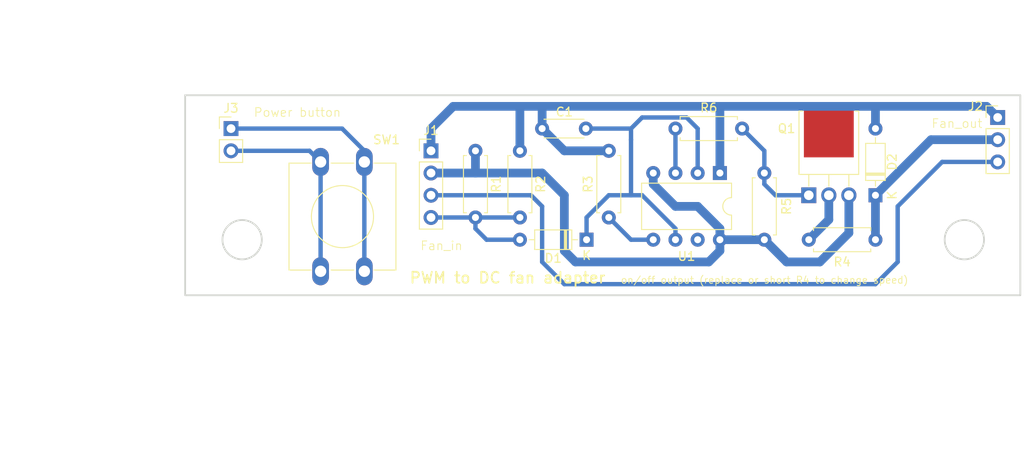
<source format=kicad_pcb>
(kicad_pcb (version 20240108) (generator "pcbnew") (generator_version "8.0")
  (layers (0 "F.Cu" signal) (31 "B.Cu" signal) (34 "B.Paste" user) (35 "F.Paste" user) (36 "B.SilkS" user "B.Silkscreen") (37 "F.SilkS" user "F.Silkscreen") (38 "B.Mask" user) (39 "F.Mask" user) (44 "Edge.Cuts" user))
  (net 0 "")
  (net 1 "Net-(D1-K)")
  (net 2 "GND")
  (net 3 "/PWM")
  (net 4 "/RPM")
  (net 5 "+12V")
  (net 6 "Net-(Q1-G)")
  (net 7 "Net-(Q1-D)")
  (net 8 "Net-(U1-CV)")
  (net 9 "Net-(U1-Q)")
  (net 11 "Net-(D2-K)")
  (net 12 "Net-(J3-Pin_1)")
  (net 13 "Net-(J3-Pin_2)")
  (footprint "Resistor_THT:R_Axial_DIN0207_L6.3mm_D2.5mm_P7.62mm_Horizontal" (layer "F.Cu") (at 139.7 53.34)
    (property "Reference" "R4" (at 3.81 2.54 0) (layer "F.SilkS"))
    (property "Value" "68")
    (fp_line (start 0.54 -1.37) (end 7.08 -1.37) (stroke (width 0.12)) (layer "F.SilkS"))
    (fp_line (start 0.54 -1.04) (end 0.54 -1.37) (stroke (width 0.12)) (layer "F.SilkS"))
    (fp_line (start 0.54 1.04) (end 0.54 1.37) (stroke (width 0.12)) (layer "F.SilkS"))
    (fp_line (start 0.54 1.37) (end 7.08 1.37) (stroke (width 0.12)) (layer "F.SilkS"))
    (fp_line (start 7.08 -1.37) (end 7.08 -1.04) (stroke (width 0.12)) (layer "F.SilkS"))
    (fp_line (start 7.08 1.37) (end 7.08 1.04) (stroke (width 0.12)) (layer "F.SilkS"))
    (pad "1" thru_hole circle (at 0 0) (size 1.6 1.6) (drill 0.8) (layers "*.Cu" "*.Mask") (net 7 "Net-(Q1-D)"))
    (pad "2" thru_hole oval (at 7.62 0) (size 1.6 1.6) (drill 0.8) (layers "*.Cu" "*.Mask") (net 11 "Net-(D2-K)"))
  )
  (footprint "Resistor_THT:R_Axial_DIN0207_L6.3mm_D2.5mm_P7.62mm_Horizontal" (layer "F.Cu") (at 124.46 40.64)
    (property "Reference" "R6" (at 3.81 -2.37 0) (layer "F.SilkS"))
    (property "Value" "10K")
    (fp_line (start 0.54 -1.37) (end 7.08 -1.37) (stroke (width 0.12)) (layer "F.SilkS"))
    (fp_line (start 0.54 -1.04) (end 0.54 -1.37) (stroke (width 0.12)) (layer "F.SilkS"))
    (fp_line (start 0.54 1.04) (end 0.54 1.37) (stroke (width 0.12)) (layer "F.SilkS"))
    (fp_line (start 0.54 1.37) (end 7.08 1.37) (stroke (width 0.12)) (layer "F.SilkS"))
    (fp_line (start 7.08 -1.37) (end 7.08 -1.04) (stroke (width 0.12)) (layer "F.SilkS"))
    (fp_line (start 7.08 1.37) (end 7.08 1.04) (stroke (width 0.12)) (layer "F.SilkS"))
    (pad "1" thru_hole circle (at 0 0) (size 1.6 1.6) (drill 0.8) (layers "*.Cu" "*.Mask") (net 9 "Net-(U1-Q)"))
    (pad "2" thru_hole oval (at 7.62 0) (size 1.6 1.6) (drill 0.8) (layers "*.Cu" "*.Mask") (net 6 "Net-(Q1-G)"))
  )
  (footprint "Diode_THT:D_DO-35_SOD27_P7.62mm_Horizontal" (layer "F.Cu") (at 114.3 53.34 180)
    (property "Reference" "D1" (at 3.81 -2.12 0) (layer "F.SilkS"))
    (property "Value" "D_Schottky")
    (fp_line (start 6.58 0) (end 5.93 0) (stroke (width 0.12)) (layer "F.SilkS"))
    (fp_line (start 5.93 1.12) (end 5.93 -1.12) (stroke (width 0.12)) (layer "F.SilkS"))
    (fp_line (start 5.93 -1.12) (end 1.69 -1.12) (stroke (width 0.12)) (layer "F.SilkS"))
    (fp_line (start 2.53 -1.12) (end 2.53 1.12) (stroke (width 0.12)) (layer "F.SilkS"))
    (fp_line (start 2.41 -1.12) (end 2.41 1.12) (stroke (width 0.12)) (layer "F.SilkS"))
    (fp_line (start 2.29 -1.12) (end 2.29 1.12) (stroke (width 0.12)) (layer "F.SilkS"))
    (fp_line (start 1.69 1.12) (end 5.93 1.12) (stroke (width 0.12)) (layer "F.SilkS"))
    (fp_line (start 1.69 -1.12) (end 1.69 1.12) (stroke (width 0.12)) (layer "F.SilkS"))
    (fp_line (start 1.04 0) (end 1.69 0) (stroke (width 0.12)) (layer "F.SilkS"))
    (fp_text user "K" (at 0 -1.8 0) (layer "F.SilkS"))
    (pad "1" thru_hole rect (at 0 0 180) (size 1.6 1.6) (drill 0.8) (layers "*.Cu" "*.Mask") (net 1 "Net-(D1-K)"))
    (pad "2" thru_hole oval (at 7.62 0 180) (size 1.6 1.6) (drill 0.8) (layers "*.Cu" "*.Mask") (net 3 "/PWM"))
  )
  (footprint "Package_DIP:DIP-8_W7.62mm" (layer "F.Cu") (at 129.54 45.72 -90)
    (property "Reference" "U1" (at 9.525 3.81 180) (layer "F.SilkS"))
    (property "Value" "SA555P")
    (fp_line (start 1.16 8.95) (end 6.46 8.95) (stroke (width 0.12)) (layer "F.SilkS"))
    (fp_line (start 6.46 8.95) (end 6.46 -1.33) (stroke (width 0.12)) (layer "F.SilkS"))
    (fp_line (start 1.16 -1.33) (end 1.16 8.95) (stroke (width 0.12)) (layer "F.SilkS"))
    (fp_line (start 2.81 -1.33) (end 1.16 -1.33) (stroke (width 0.12)) (layer "F.SilkS"))
    (fp_line (start 6.46 -1.33) (end 4.81 -1.33) (stroke (width 0.12)) (layer "F.SilkS"))
    (fp_arc (start 4.81 -1.33) (mid 3.81 -0.33) (end 2.81 -1.33) (stroke (width 0.12)) (layer "F.SilkS"))
    (pad "1" thru_hole rect (at 0 0 270) (size 1.6 1.6) (drill 0.8) (layers "*.Cu" "*.Mask") (net 2 "GND"))
    (pad "2" thru_hole oval (at 0 2.54 270) (size 1.6 1.6) (drill 0.8) (layers "*.Cu" "*.Mask") (net 1 "Net-(D1-K)"))
    (pad "3" thru_hole oval (at 0 5.08 270) (size 1.6 1.6) (drill 0.8) (layers "*.Cu" "*.Mask") (net 9 "Net-(U1-Q)"))
    (pad "4" thru_hole oval (at 0 7.62 270) (size 1.6 1.6) (drill 0.8) (layers "*.Cu" "*.Mask") (net 5 "+12V"))
    (pad "5" thru_hole oval (at 7.62 7.62 270) (size 1.6 1.6) (drill 0.8) (layers "*.Cu" "*.Mask") (net 8 "Net-(U1-CV)"))
    (pad "6" thru_hole oval (at 7.62 5.08 270) (size 1.6 1.6) (drill 0.8) (layers "*.Cu" "*.Mask") (net 1 "Net-(D1-K)"))
    (pad "7" thru_hole oval (at 7.62 2.54 270) (size 1.6 1.6) (drill 0.8) (layers "*.Cu" "*.Mask"))
    (pad "8" thru_hole oval (at 7.62 0 270) (size 1.6 1.6) (drill 0.8) (layers "*.Cu" "*.Mask") (net 5 "+12V"))
  )
  (footprint "Resistor_THT:R_Axial_DIN0207_L6.3mm_D2.5mm_P7.62mm_Horizontal" (layer "F.Cu") (at 134.62 53.34 90)
    (property "Reference" "R5" (at 3.81 2.54 90) (layer "F.SilkS"))
    (property "Value" "10K")
    (fp_line (start 7.08 -1.37) (end 7.08 -1.04) (stroke (width 0.12)) (layer "F.SilkS"))
    (fp_line (start 0.54 -1.37) (end 7.08 -1.37) (stroke (width 0.12)) (layer "F.SilkS"))
    (fp_line (start 0.54 -1.04) (end 0.54 -1.37) (stroke (width 0.12)) (layer "F.SilkS"))
    (fp_line (start 0.54 1.04) (end 0.54 1.37) (stroke (width 0.12)) (layer "F.SilkS"))
    (fp_line (start 7.08 1.37) (end 7.08 1.04) (stroke (width 0.12)) (layer "F.SilkS"))
    (fp_line (start 0.54 1.37) (end 7.08 1.37) (stroke (width 0.12)) (layer "F.SilkS"))
    (pad "1" thru_hole circle (at 0 0 90) (size 1.6 1.6) (drill 0.8) (layers "*.Cu" "*.Mask") (net 5 "+12V"))
    (pad "2" thru_hole oval (at 7.62 0 90) (size 1.6 1.6) (drill 0.8) (layers "*.Cu" "*.Mask") (net 6 "Net-(Q1-G)"))
  )
  (footprint "Resistor_THT:R_Axial_DIN0207_L6.3mm_D2.5mm_P7.62mm_Horizontal" (layer "F.Cu") (at 116.84 50.8 90)
    (property "Reference" "R3" (at 3.81 -2.37 90) (layer "F.SilkS"))
    (property "Value" "1.5K")
    (fp_line (start 7.08 -1.37) (end 7.08 -1.04) (stroke (width 0.12)) (layer "F.SilkS"))
    (fp_line (start 0.54 -1.37) (end 7.08 -1.37) (stroke (width 0.12)) (layer "F.SilkS"))
    (fp_line (start 0.54 -1.04) (end 0.54 -1.37) (stroke (width 0.12)) (layer "F.SilkS"))
    (fp_line (start 0.54 1.04) (end 0.54 1.37) (stroke (width 0.12)) (layer "F.SilkS"))
    (fp_line (start 7.08 1.37) (end 7.08 1.04) (stroke (width 0.12)) (layer "F.SilkS"))
    (fp_line (start 0.54 1.37) (end 7.08 1.37) (stroke (width 0.12)) (layer "F.SilkS"))
    (pad "1" thru_hole circle (at 0 0 90) (size 1.6 1.6) (drill 0.8) (layers "*.Cu" "*.Mask") (net 8 "Net-(U1-CV)"))
    (pad "2" thru_hole oval (at 7.62 0 90) (size 1.6 1.6) (drill 0.8) (layers "*.Cu" "*.Mask") (net 2 "GND"))
  )
  (footprint "Connector_PinHeader_2.54mm:PinHeader_1x04_P2.54mm_Vertical" (layer "F.Cu") (at 96.52 43.18)
    (property "Reference" "J1" (at 0 -2.33 0) (layer "F.SilkS"))
    (property "Value" "Fan_in")
    (fp_line (start -1.33 -1.33) (end 0 -1.33) (stroke (width 0.12)) (layer "F.SilkS"))
    (fp_line (start -1.33 0) (end -1.33 -1.33) (stroke (width 0.12)) (layer "F.SilkS"))
    (fp_line (start -1.33 1.27) (end -1.33 8.95) (stroke (width 0.12)) (layer "F.SilkS"))
    (fp_line (start -1.33 1.27) (end 1.33 1.27) (stroke (width 0.12)) (layer "F.SilkS"))
    (fp_line (start -1.33 8.95) (end 1.33 8.95) (stroke (width 0.12)) (layer "F.SilkS"))
    (fp_line (start 1.33 1.27) (end 1.33 8.95) (stroke (width 0.12)) (layer "F.SilkS"))
    (pad "1" thru_hole rect (at 0 0) (size 1.7 1.7) (drill 1) (layers "*.Cu" "*.Mask") (net 2 "GND"))
    (pad "2" thru_hole oval (at 0 2.54) (size 1.7 1.7) (drill 1) (layers "*.Cu" "*.Mask") (net 5 "+12V"))
    (pad "3" thru_hole oval (at 0 5.08) (size 1.7 1.7) (drill 1) (layers "*.Cu" "*.Mask") (net 4 "/RPM"))
    (pad "4" thru_hole oval (at 0 7.62) (size 1.7 1.7) (drill 1) (layers "*.Cu" "*.Mask") (net 3 "/PWM"))
  )
  (footprint "Connector_PinHeader_2.54mm:PinHeader_1x03_P2.54mm_Vertical" (layer "F.Cu") (at 161.29 39.37)
    (property "Reference" "J2" (at -2.54 -1.27 360) (layer "F.SilkS"))
    (property "Value" "Fan_out")
    (fp_line (start -1.33 -1.33) (end 0 -1.33) (stroke (width 0.12)) (layer "F.SilkS"))
    (fp_line (start -1.33 0) (end -1.33 -1.33) (stroke (width 0.12)) (layer "F.SilkS"))
    (fp_line (start -1.33 1.27) (end -1.33 6.41) (stroke (width 0.12)) (layer "F.SilkS"))
    (fp_line (start -1.33 1.27) (end 1.33 1.27) (stroke (width 0.12)) (layer "F.SilkS"))
    (fp_line (start -1.33 6.41) (end 1.33 6.41) (stroke (width 0.12)) (layer "F.SilkS"))
    (fp_line (start 1.33 1.27) (end 1.33 6.41) (stroke (width 0.12)) (layer "F.SilkS"))
    (pad "1" thru_hole rect (at 0 0) (size 1.7 1.7) (drill 1) (layers "*.Cu" "*.Mask") (net 2 "GND"))
    (pad "2" thru_hole oval (at 0 2.54) (size 1.7 1.7) (drill 1) (layers "*.Cu" "*.Mask") (net 11 "Net-(D2-K)"))
    (pad "3" thru_hole oval (at 0 5.08) (size 1.7 1.7) (drill 1) (layers "*.Cu" "*.Mask") (net 4 "/RPM"))
  )
  (footprint "Button_Switch_THT:SW_PUSH-12mm" (layer "F.Cu") (at 83.9 56.95 90)
    (property "Reference" "SW1" (at 15.04 7.54 180) (layer "F.SilkS"))
    (property "Value" "SW_Power")
    (fp_line (start 12.36 -3.61) (end 12.36 -1.1) (stroke (width 0.12)) (layer "F.SilkS"))
    (fp_line (start 0.14 -3.61) (end 12.36 -3.61) (stroke (width 0.12)) (layer "F.SilkS"))
    (fp_line (start 0.14 -3.61) (end 0.14 -1.1) (stroke (width 0.12)) (layer "F.SilkS"))
    (fp_line (start 12.36 1.2) (end 12.36 3.8) (stroke (width 0.12)) (layer "F.SilkS"))
    (fp_line (start 0.14 1.2) (end 0.14 3.8) (stroke (width 0.12)) (layer "F.SilkS"))
    (fp_line (start 12.36 6.1) (end 12.36 8.61) (stroke (width 0.12)) (layer "F.SilkS"))
    (fp_line (start 0.14 6.1) (end 0.14 8.61) (stroke (width 0.12)) (layer "F.SilkS"))
    (fp_line (start 12.36 8.61) (end 0.14 8.61) (stroke (width 0.12)) (layer "F.SilkS"))
    (fp_circle (center 6.25 2.5) (end 9.8 2.5) (stroke (width 0.12)) (fill none) (layer "F.SilkS"))
    (pad "1" thru_hole oval (at 0 0 90) (size 3.2 1.9) (drill 1.3) (layers "*.Cu" "*.Mask") (net 13 "Net-(J3-Pin_2)"))
    (pad "1" thru_hole oval (at 12.5 0 90) (size 3.2 1.9) (drill 1.3) (layers "*.Cu" "*.Mask") (net 13 "Net-(J3-Pin_2)"))
    (pad "2" thru_hole oval (at 0 5 90) (size 3.2 1.9) (drill 1.3) (layers "*.Cu" "*.Mask") (net 12 "Net-(J3-Pin_1)"))
    (pad "2" thru_hole oval (at 12.5 5 90) (size 3.2 1.9) (drill 1.3) (layers "*.Cu" "*.Mask") (net 12 "Net-(J3-Pin_1)"))
  )
  (footprint "Diode_THT:D_DO-35_SOD27_P7.62mm_Horizontal" (layer "F.Cu") (at 147.32 48.26 90)
    (property "Reference" "D2" (at 3.81 1.905 90) (layer "F.SilkS"))
    (property "Value" "D")
    (fp_line (start 5.93 -1.12) (end 1.69 -1.12) (stroke (width 0.12)) (layer "F.SilkS"))
    (fp_line (start 2.53 -1.12) (end 2.53 1.12) (stroke (width 0.12)) (layer "F.SilkS"))
    (fp_line (start 2.41 -1.12) (end 2.41 1.12) (stroke (width 0.12)) (layer "F.SilkS"))
    (fp_line (start 2.29 -1.12) (end 2.29 1.12) (stroke (width 0.12)) (layer "F.SilkS"))
    (fp_line (start 1.69 -1.12) (end 1.69 1.12) (stroke (width 0.12)) (layer "F.SilkS"))
    (fp_line (start 6.58 0) (end 5.93 0) (stroke (width 0.12)) (layer "F.SilkS"))
    (fp_line (start 1.04 0) (end 1.69 0) (stroke (width 0.12)) (layer "F.SilkS"))
    (fp_line (start 5.93 1.12) (end 5.93 -1.12) (stroke (width 0.12)) (layer "F.SilkS"))
    (fp_line (start 1.69 1.12) (end 5.93 1.12) (stroke (width 0.12)) (layer "F.SilkS"))
    (fp_text user "K" (at 0 1.905 90) (layer "F.SilkS"))
    (pad "1" thru_hole rect (at 0 0 90) (size 1.6 1.6) (drill 0.8) (layers "*.Cu" "*.Mask") (net 11 "Net-(D2-K)"))
    (pad "2" thru_hole oval (at 7.62 0 90) (size 1.6 1.6) (drill 0.8) (layers "*.Cu" "*.Mask") (net 2 "GND"))
  )
  (footprint "Resistor_THT:R_Axial_DIN0207_L6.3mm_D2.5mm_P7.62mm_Horizontal" (layer "F.Cu") (at 106.68 43.18 -90)
    (property "Reference" "R2" (at 3.81 -2.37 90) (layer "F.SilkS"))
    (property "Value" "3.3K")
    (fp_line (start 0.54 1.37) (end 7.08 1.37) (stroke (width 0.12)) (layer "F.SilkS"))
    (fp_line (start 7.08 1.37) (end 7.08 1.04) (stroke (width 0.12)) (layer "F.SilkS"))
    (fp_line (start 0.54 1.04) (end 0.54 1.37) (stroke (width 0.12)) (layer "F.SilkS"))
    (fp_line (start 0.54 -1.04) (end 0.54 -1.37) (stroke (width 0.12)) (layer "F.SilkS"))
    (fp_line (start 0.54 -1.37) (end 7.08 -1.37) (stroke (width 0.12)) (layer "F.SilkS"))
    (fp_line (start 7.08 -1.37) (end 7.08 -1.04) (stroke (width 0.12)) (layer "F.SilkS"))
    (pad "1" thru_hole circle (at 0 0 270) (size 1.6 1.6) (drill 0.8) (layers "*.Cu" "*.Mask") (net 2 "GND"))
    (pad "2" thru_hole oval (at 7.62 0 270) (size 1.6 1.6) (drill 0.8) (layers "*.Cu" "*.Mask") (net 3 "/PWM"))
  )
  (footprint "Resistor_THT:R_Axial_DIN0207_L6.3mm_D2.5mm_P7.62mm_Horizontal" (layer "F.Cu") (at 101.6 43.18 -90)
    (property "Reference" "R1" (at 3.81 -2.37 90) (layer "F.SilkS"))
    (property "Value" "10K")
    (fp_line (start 0.54 1.37) (end 7.08 1.37) (stroke (width 0.12)) (layer "F.SilkS"))
    (fp_line (start 7.08 1.37) (end 7.08 1.04) (stroke (width 0.12)) (layer "F.SilkS"))
    (fp_line (start 0.54 1.04) (end 0.54 1.37) (stroke (width 0.12)) (layer "F.SilkS"))
    (fp_line (start 0.54 -1.04) (end 0.54 -1.37) (stroke (width 0.12)) (layer "F.SilkS"))
    (fp_line (start 0.54 -1.37) (end 7.08 -1.37) (stroke (width 0.12)) (layer "F.SilkS"))
    (fp_line (start 7.08 -1.37) (end 7.08 -1.04) (stroke (width 0.12)) (layer "F.SilkS"))
    (pad "1" thru_hole circle (at 0 0 270) (size 1.6 1.6) (drill 0.8) (layers "*.Cu" "*.Mask") (net 5 "+12V"))
    (pad "2" thru_hole oval (at 7.62 0 270) (size 1.6 1.6) (drill 0.8) (layers "*.Cu" "*.Mask") (net 3 "/PWM"))
  )
  (footprint "Package_TO_SOT_THT:TO-251-3-1EP_Horizontal_TabDown" (layer "F.Cu") (at 139.7 48.26)
    (property "Reference" "Q1" (at -2.54 -7.62 0) (layer "F.SilkS"))
    (property "Value" "IRFU5305PbF")
    (fp_line (start -1.12 -9.62) (end -1.12 -2.38) (stroke (width 0.12)) (layer "F.SilkS"))
    (fp_line (start -1.12 -9.62) (end -0.711 -9.62) (stroke (width 0.12)) (layer "F.SilkS"))
    (fp_line (start -1.12 -2.38) (end 5.7 -2.38) (stroke (width 0.12)) (layer "F.SilkS"))
    (fp_line (start 0 -2.38) (end 0 -1.05) (stroke (width 0.12)) (layer "F.SilkS"))
    (fp_line (start 2.29 -2.38) (end 2.29 -1.05) (stroke (width 0.12)) (layer "F.SilkS"))
    (fp_line (start 4.58 -2.38) (end 4.58 -1.05) (stroke (width 0.12)) (layer "F.SilkS"))
    (fp_line (start 5.291 -9.62) (end 5.7 -9.62) (stroke (width 0.12)) (layer "F.SilkS"))
    (fp_line (start 5.7 -9.62) (end 5.7 -2.38) (stroke (width 0.12)) (layer "F.SilkS"))
    (pad "1" thru_hole rect (at 0 0) (size 1.7175 1.8) (drill 1.1) (layers "*.Cu" "*.Mask") (net 6 "Net-(Q1-G)"))
    (pad "2" thru_hole oval (at 2.29 0) (size 1.7175 1.8) (drill 1.1) (layers "*.Cu" "*.Mask") (net 7 "Net-(Q1-D)"))
    (pad "3" thru_hole oval (at 4.58 0) (size 1.7175 1.8) (drill 1.1) (layers "*.Cu" "*.Mask") (net 5 "+12V"))
    (pad "4" smd rect (at 2.29 -7.433333) (size 5.7 6.2) (layers "F.Cu" "F.Paste" "F.Mask"))
  )
  (footprint "Capacitor_THT:C_Disc_D4.3mm_W1.9mm_P5.00mm" (layer "F.Cu") (at 114.22 40.64 180)
    (property "Reference" "C1" (at 2.46 1.905 0) (layer "F.SilkS"))
    (property "Value" "10nF")
    (fp_line (start 4.77 1.055) (end 4.77 1.07) (stroke (width 0.12)) (layer "F.SilkS"))
    (fp_line (start 4.77 -1.07) (end 4.77 -1.055) (stroke (width 0.12)) (layer "F.SilkS"))
    (fp_line (start 0.23 1.07) (end 4.77 1.07) (stroke (width 0.12)) (layer "F.SilkS"))
    (fp_line (start 0.23 1.055) (end 0.23 1.07) (stroke (width 0.12)) (layer "F.SilkS"))
    (fp_line (start 0.23 -1.07) (end 4.77 -1.07) (stroke (width 0.12)) (layer "F.SilkS"))
    (fp_line (start 0.23 -1.07) (end 0.23 -1.055) (stroke (width 0.12)) (layer "F.SilkS"))
    (pad "1" thru_hole circle (at 0 0 180) (size 1.6 1.6) (drill 0.8) (layers "*.Cu" "*.Mask") (net 1 "Net-(D1-K)"))
    (pad "2" thru_hole circle (at 5 0 180) (size 1.6 1.6) (drill 0.8) (layers "*.Cu" "*.Mask") (net 2 "GND"))
  )
  (footprint "Connector_PinHeader_2.54mm:PinHeader_1x02_P2.54mm_Vertical" (layer "F.Cu") (at 73.66 40.64)
    (property "Reference" "J3" (at 0 -2.33 360) (layer "F.SilkS"))
    (property "Value" "Conn_PowerButton")
    (fp_line (start -1.33 -1.33) (end 0 -1.33) (stroke (width 0.12)) (layer "F.SilkS"))
    (fp_line (start -1.33 0) (end -1.33 -1.33) (stroke (width 0.12)) (layer "F.SilkS"))
    (fp_line (start -1.33 1.27) (end -1.33 3.87) (stroke (width 0.12)) (layer "F.SilkS"))
    (fp_line (start -1.33 1.27) (end 1.33 1.27) (stroke (width 0.12)) (layer "F.SilkS"))
    (fp_line (start -1.33 3.87) (end 1.33 3.87) (stroke (width 0.12)) (layer "F.SilkS"))
    (fp_line (start 1.33 1.27) (end 1.33 3.87) (stroke (width 0.12)) (layer "F.SilkS"))
    (pad "1" thru_hole rect (at 0 0) (size 1.7 1.7) (drill 1) (layers "*.Cu" "*.Mask") (net 12 "Net-(J3-Pin_1)"))
    (pad "2" thru_hole oval (at 0 2.54) (size 1.7 1.7) (drill 1) (layers "*.Cu" "*.Mask") (net 13 "Net-(J3-Pin_2)"))
  )
  (gr_circle (center 157.48 53.34) (end 159.73 53.34) (stroke (width 0.2)) (fill none) (layer "Edge.Cuts"))
  (gr_circle (center 74.93 53.34) (end 77.18 53.34) (stroke (width 0.2)) (fill none) (layer "Edge.Cuts"))
  (gr_rect (start 68.42 36.83) (end 163.88 59.69) (stroke (width 0.2)) (fill none) (layer "Edge.Cuts"))
  (gr_text "Fan_in" (at 95.25 54.61 0) (layer "F.SilkS") (effects (font (size 1 1) (thickness 0.1)) (justify left bottom)))
  (gr_text "Power button" (at 76.2 39.37 0) (layer "F.SilkS") (effects (font (size 1 1) (thickness 0.1)) (justify left bottom)))
  (gr_text "Fan_out" (at 153.67 40.64 0) (layer "F.SilkS") (effects (font (size 1 1) (thickness 0.1)) (justify left bottom)))
  (gr_text "on/off output (replace or short R4 to change speed)" (at 151.13 58.42 0) (layer "F.SilkS") (effects (font (size 0.8 0.8) (thickness 0.1)) (justify right bottom)))
  (gr_text "PWM to DC fan adapter" (at 93.98 58.42 0) (layer "F.SilkS") (effects (font (size 1.25 1.25) (thickness 0.2) (bold yes)) (justify left bottom)))
  (segment (start 124.46 53.34) (end 124.46 52.07) (width 0.5) (layer "B.Cu") (net 1))
  (segment (start 127 45.72) (end 127 40.64) (width 0.5) (layer "B.Cu") (net 1))
  (segment (start 120.65 39.37) (end 119.38 40.64) (width 0.5) (layer "B.Cu") (net 1))
  (segment (start 114.22 40.64) (end 119.38 40.64) (width 0.5) (layer "B.Cu") (net 1))
  (segment (start 125.73 39.37) (end 120.65 39.37) (width 0.5) (layer "B.Cu") (net 1))
  (segment (start 127 40.64) (end 125.73 39.37) (width 0.5) (layer "B.Cu") (net 1))
  (segment (start 114.3 50.8) (end 116.84 48.26) (width 0.5) (layer "B.Cu") (net 1))
  (segment (start 124.46 52.07) (end 120.65 48.26) (width 0.5) (layer "B.Cu") (net 1))
  (segment (start 114.3 53.34) (end 114.3 50.8) (width 0.5) (layer "B.Cu") (net 1))
  (segment (start 119.38 41.91) (end 119.38 40.64) (width 0.5) (layer "B.Cu") (net 1))
  (segment (start 116.84 48.26) (end 119.38 48.26) (width 0.5) (layer "B.Cu") (net 1))
  (segment (start 119.38 48.26) (end 119.38 41.91) (width 0.5) (layer "B.Cu") (net 1))
  (segment (start 119.38 48.26) (end 120.65 48.26) (width 0.5) (layer "B.Cu") (net 1))
  (segment (start 147.32 38.1) (end 160.02 38.1) (width 1) (layer "B.Cu") (net 2))
  (segment (start 160.02 38.1) (end 161.29 39.37) (width 1) (layer "B.Cu") (net 2))
  (segment (start 106.68 38.1) (end 109.22 38.1) (width 1) (layer "B.Cu") (net 2))
  (segment (start 96.52 40.64) (end 99.06 38.1) (width 1) (layer "B.Cu") (net 2))
  (segment (start 129.54 38.1) (end 147.32 38.1) (width 1) (layer "B.Cu") (net 2))
  (segment (start 96.52 43.18) (end 96.52 40.64) (width 1) (layer "B.Cu") (net 2))
  (segment (start 109.22 38.1) (end 129.54 38.1) (width 1) (layer "B.Cu") (net 2))
  (segment (start 109.22 40.64) (end 109.22 38.1) (width 1) (layer "B.Cu") (net 2))
  (segment (start 111.76 43.18) (end 109.22 40.64) (width 1) (layer "B.Cu") (net 2))
  (segment (start 116.84 43.18) (end 111.76 43.18) (width 1) (layer "B.Cu") (net 2))
  (segment (start 147.32 38.1) (end 147.32 40.64) (width 1) (layer "B.Cu") (net 2))
  (segment (start 129.54 45.72) (end 129.54 38.1) (width 1) (layer "B.Cu") (net 2))
  (segment (start 99.06 38.1) (end 106.68 38.1) (width 1) (layer "B.Cu") (net 2))
  (segment (start 106.68 43.18) (end 106.68 38.1) (width 1) (layer "B.Cu") (net 2))
  (segment (start 101.6 52.07) (end 102.87 53.34) (width 0.5) (layer "B.Cu") (net 3))
  (segment (start 106.68 53.34) (end 102.87 53.34) (width 0.5) (layer "B.Cu") (net 3))
  (segment (start 101.6 52.07) (end 101.6 50.8) (width 0.5) (layer "B.Cu") (net 3))
  (segment (start 101.6 50.8) (end 106.68 50.8) (width 0.5) (layer "B.Cu") (net 3))
  (segment (start 96.52 50.8) (end 101.6 50.8) (width 0.5) (layer "B.Cu") (net 3))
  (segment (start 147.32 58.42) (end 149.86 55.88) (width 0.5) (layer "B.Cu") (net 4))
  (segment (start 111.76 58.42) (end 147.32 58.42) (width 0.5) (layer "B.Cu") (net 4))
  (segment (start 149.86 49.53) (end 154.94 44.45) (width 0.5) (layer "B.Cu") (net 4))
  (segment (start 149.86 55.88) (end 149.86 49.53) (width 0.5) (layer "B.Cu") (net 4))
  (segment (start 107.95 48.26) (end 109.22 49.53) (width 0.5) (layer "B.Cu") (net 4))
  (segment (start 154.94 44.45) (end 161.29 44.45) (width 0.5) (layer "B.Cu") (net 4))
  (segment (start 109.22 49.53) (end 109.22 55.88) (width 0.5) (layer "B.Cu") (net 4))
  (segment (start 109.22 55.88) (end 111.76 58.42) (width 0.5) (layer "B.Cu") (net 4))
  (segment (start 96.52 48.26) (end 107.95 48.26) (width 0.5) (layer "B.Cu") (net 4))
  (segment (start 111.76 48.26) (end 109.22 45.72) (width 1) (layer "B.Cu") (net 5))
  (segment (start 111.76 54.61) (end 111.76 48.26) (width 1) (layer "B.Cu") (net 5))
  (segment (start 129.54 53.34) (end 129.54 54.61) (width 1) (layer "B.Cu") (net 5))
  (segment (start 101.6 45.72) (end 101.6 43.18) (width 1) (layer "B.Cu") (net 5))
  (segment (start 140.97 55.88) (end 144.28 52.57) (width 1) (layer "B.Cu") (net 5))
  (segment (start 129.54 53.34) (end 129.54 52.07) (width 1) (layer "B.Cu") (net 5))
  (segment (start 134.62 53.34) (end 137.16 55.88) (width 1) (layer "B.Cu") (net 5))
  (segment (start 137.16 55.88) (end 140.97 55.88) (width 1) (layer "B.Cu") (net 5))
  (segment (start 96.52 45.72) (end 101.6 45.72) (width 1) (layer "B.Cu") (net 5))
  (segment (start 121.92 46.99) (end 121.92 45.72) (width 1) (layer "B.Cu") (net 5))
  (segment (start 144.28 52.57) (end 144.28 48.26) (width 1) (layer "B.Cu") (net 5))
  (segment (start 111.76 54.61) (end 113.03 55.88) (width 1) (layer "B.Cu") (net 5))
  (segment (start 129.54 54.61) (end 128.27 55.88) (width 1) (layer "B.Cu") (net 5))
  (segment (start 109.22 45.72) (end 101.6 45.72) (width 1) (layer "B.Cu") (net 5))
  (segment (start 129.54 53.34) (end 134.62 53.34) (width 1) (layer "B.Cu") (net 5))
  (segment (start 127 49.53) (end 124.46 49.53) (width 1) (layer "B.Cu") (net 5))
  (segment (start 128.27 55.88) (end 113.03 55.88) (width 1) (layer "B.Cu") (net 5))
  (segment (start 129.54 52.07) (end 127 49.53) (width 1) (layer "B.Cu") (net 5))
  (segment (start 124.46 49.53) (end 121.92 46.99) (width 1) (layer "B.Cu") (net 5))
  (segment (start 134.62 46.99) (end 134.62 45.72) (width 0.5) (layer "B.Cu") (net 6))
  (segment (start 139.7 48.26) (end 135.89 48.26) (width 0.5) (layer "B.Cu") (net 6))
  (segment (start 134.62 43.18) (end 134.62 45.72) (width 0.5) (layer "B.Cu") (net 6))
  (segment (start 132.08 40.64) (end 134.62 43.18) (width 0.5) (layer "B.Cu") (net 6))
  (segment (start 135.89 48.26) (end 134.62 46.99) (width 0.5) (layer "B.Cu") (net 6))
  (segment (start 141.99 51.05) (end 139.7 53.34) (width 1) (layer "B.Cu") (net 7))
  (segment (start 141.99 48.26) (end 141.99 51.05) (width 1) (layer "B.Cu") (net 7))
  (segment (start 121.92 53.34) (end 119.38 53.34) (width 0.5) (layer "B.Cu") (net 8))
  (segment (start 116.84 50.8) (end 119.38 53.34) (width 0.5) (layer "B.Cu") (net 8))
  (segment (start 124.46 45.72) (end 124.46 40.64) (width 0.5) (layer "B.Cu") (net 9))
  (segment (start 153.67 41.91) (end 161.29 41.91) (width 1) (layer "B.Cu") (net 11))
  (segment (start 147.32 48.26) (end 153.67 41.91) (width 1) (layer "B.Cu") (net 11))
  (segment (start 147.32 53.34) (end 147.32 48.26) (width 1) (layer "B.Cu") (net 11))
  (segment (start 88.9 44.45) (end 88.9 56.95) (width 0.5) (layer "B.Cu") (net 12))
  (segment (start 73.66 40.64) (end 86.36 40.64) (width 0.5) (layer "B.Cu") (net 12))
  (segment (start 86.36 40.64) (end 88.9 43.18) (width 0.5) (layer "B.Cu") (net 12))
  (segment (start 88.9 43.18) (end 88.9 44.45) (width 0.5) (layer "B.Cu") (net 12))
  (segment (start 83.9 44.45) (end 83.9 56.95) (width 0.5) (layer "B.Cu") (net 13))
  (segment (start 73.66 43.18) (end 82.63 43.18) (width 0.5) (layer "B.Cu") (net 13))
  (segment (start 82.63 43.18) (end 83.9 44.45) (width 0.5) (layer "B.Cu") (net 13))
)
</source>
